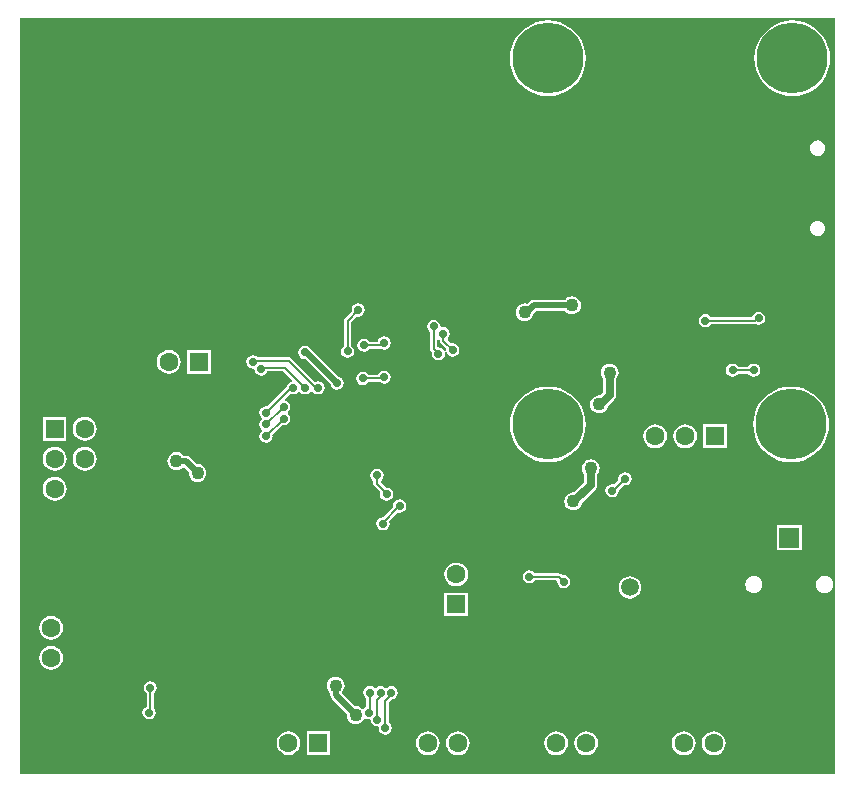
<source format=gbl>
G04*
G04 #@! TF.GenerationSoftware,Altium Limited,Altium Designer,18.1.7 (191)*
G04*
G04 Layer_Physical_Order=2*
G04 Layer_Color=16711680*
%FSAX44Y44*%
%MOMM*%
G71*
G01*
G75*
%ADD12C,0.2000*%
%ADD90C,1.7000*%
%ADD92R,1.7000X1.7000*%
%ADD94C,1.6000*%
%ADD100C,0.5000*%
%ADD101C,0.7000*%
%ADD105R,1.6000X1.6000*%
%ADD106R,1.6000X1.6000*%
%ADD107C,6.0000*%
%ADD108C,1.5000*%
%ADD109C,0.7000*%
%ADD110C,1.1000*%
%ADD111C,0.5000*%
G36*
X00694941Y00005059D02*
X00005059D01*
X00005059Y00644941D01*
X00694941D01*
X00694941Y00005059D01*
D02*
G37*
%LPC*%
G36*
X00658600Y00643099D02*
X00653579Y00642704D01*
X00648681Y00641528D01*
X00644027Y00639600D01*
X00639733Y00636969D01*
X00635903Y00633697D01*
X00632631Y00629867D01*
X00630000Y00625573D01*
X00628072Y00620919D01*
X00626896Y00616021D01*
X00626501Y00611000D01*
X00626896Y00605979D01*
X00628072Y00601081D01*
X00630000Y00596427D01*
X00632631Y00592133D01*
X00635903Y00588303D01*
X00639733Y00585031D01*
X00644027Y00582400D01*
X00648681Y00580472D01*
X00653579Y00579296D01*
X00658600Y00578901D01*
X00663621Y00579296D01*
X00668519Y00580472D01*
X00673173Y00582400D01*
X00677467Y00585031D01*
X00681297Y00588303D01*
X00684569Y00592133D01*
X00687200Y00596427D01*
X00689128Y00601081D01*
X00690304Y00605979D01*
X00690699Y00611000D01*
X00690304Y00616021D01*
X00689128Y00620919D01*
X00687200Y00625573D01*
X00684569Y00629867D01*
X00681297Y00633697D01*
X00677467Y00636969D01*
X00673173Y00639600D01*
X00668519Y00641528D01*
X00663621Y00642704D01*
X00658600Y00643099D01*
D02*
G37*
G36*
X00451600D02*
X00446579Y00642704D01*
X00441681Y00641528D01*
X00437027Y00639600D01*
X00432733Y00636969D01*
X00428903Y00633697D01*
X00425631Y00629867D01*
X00423000Y00625573D01*
X00421072Y00620919D01*
X00419896Y00616021D01*
X00419501Y00611000D01*
X00419896Y00605979D01*
X00421072Y00601081D01*
X00423000Y00596427D01*
X00425631Y00592133D01*
X00428903Y00588303D01*
X00432733Y00585031D01*
X00437027Y00582400D01*
X00441681Y00580472D01*
X00446579Y00579296D01*
X00451600Y00578901D01*
X00456621Y00579296D01*
X00461519Y00580472D01*
X00466173Y00582400D01*
X00470467Y00585031D01*
X00474297Y00588303D01*
X00477569Y00592133D01*
X00480200Y00596427D01*
X00482128Y00601081D01*
X00483304Y00605979D01*
X00483699Y00611000D01*
X00483304Y00616021D01*
X00482128Y00620919D01*
X00480200Y00625573D01*
X00477569Y00629867D01*
X00474297Y00633697D01*
X00470467Y00636969D01*
X00466173Y00639600D01*
X00461519Y00641528D01*
X00456621Y00642704D01*
X00451600Y00643099D01*
D02*
G37*
G36*
X00680000Y00541556D02*
X00678303Y00541333D01*
X00676722Y00540678D01*
X00675364Y00539636D01*
X00674322Y00538278D01*
X00673667Y00536697D01*
X00673444Y00535000D01*
X00673667Y00533303D01*
X00674322Y00531722D01*
X00675364Y00530364D01*
X00676722Y00529322D01*
X00678303Y00528667D01*
X00680000Y00528444D01*
X00681697Y00528667D01*
X00683278Y00529322D01*
X00684636Y00530364D01*
X00685678Y00531722D01*
X00686333Y00533303D01*
X00686556Y00535000D01*
X00686333Y00536697D01*
X00685678Y00538278D01*
X00684636Y00539636D01*
X00683278Y00540678D01*
X00681697Y00541333D01*
X00680000Y00541556D01*
D02*
G37*
G36*
Y00473556D02*
X00678303Y00473333D01*
X00676722Y00472678D01*
X00675364Y00471636D01*
X00674322Y00470278D01*
X00673667Y00468697D01*
X00673444Y00467000D01*
X00673667Y00465303D01*
X00674322Y00463722D01*
X00675364Y00462364D01*
X00676722Y00461322D01*
X00678303Y00460667D01*
X00680000Y00460444D01*
X00681697Y00460667D01*
X00683278Y00461322D01*
X00684636Y00462364D01*
X00685678Y00463722D01*
X00686333Y00465303D01*
X00686556Y00467000D01*
X00686333Y00468697D01*
X00685678Y00470278D01*
X00684636Y00471636D01*
X00683278Y00472678D01*
X00681697Y00473333D01*
X00680000Y00473556D01*
D02*
G37*
G36*
X00472000Y00409565D02*
X00470042Y00409307D01*
X00468218Y00408551D01*
X00466651Y00407349D01*
X00466067Y00406588D01*
X00440000D01*
X00438244Y00406239D01*
X00436756Y00405244D01*
X00434566Y00403055D01*
X00433958Y00403307D01*
X00432000Y00403565D01*
X00430042Y00403307D01*
X00428218Y00402551D01*
X00426651Y00401349D01*
X00425449Y00399782D01*
X00424693Y00397958D01*
X00424435Y00396000D01*
X00424693Y00394042D01*
X00425449Y00392218D01*
X00426651Y00390651D01*
X00428218Y00389449D01*
X00430042Y00388693D01*
X00432000Y00388435D01*
X00433958Y00388693D01*
X00435782Y00389449D01*
X00437349Y00390651D01*
X00438551Y00392218D01*
X00439307Y00394042D01*
X00439425Y00394936D01*
X00441900Y00397412D01*
X00466067D01*
X00466651Y00396651D01*
X00468218Y00395449D01*
X00470042Y00394693D01*
X00472000Y00394435D01*
X00473958Y00394693D01*
X00475782Y00395449D01*
X00477349Y00396651D01*
X00478551Y00398218D01*
X00479307Y00400042D01*
X00479565Y00402000D01*
X00479307Y00403958D01*
X00478551Y00405782D01*
X00477349Y00407349D01*
X00475782Y00408551D01*
X00473958Y00409307D01*
X00472000Y00409565D01*
D02*
G37*
G36*
X00291000Y00403608D02*
X00288854Y00403181D01*
X00287035Y00401965D01*
X00285819Y00400146D01*
X00285392Y00398000D01*
X00285605Y00396931D01*
X00279837Y00391163D01*
X00279174Y00390171D01*
X00278941Y00389000D01*
X00278941Y00389000D01*
Y00367571D01*
X00278035Y00366965D01*
X00276819Y00365146D01*
X00276392Y00363000D01*
X00276819Y00360854D01*
X00278035Y00359035D01*
X00279854Y00357819D01*
X00282000Y00357392D01*
X00284146Y00357819D01*
X00285965Y00359035D01*
X00287181Y00360854D01*
X00287608Y00363000D01*
X00287181Y00365146D01*
X00285965Y00366965D01*
X00285059Y00367571D01*
Y00387733D01*
X00289931Y00392605D01*
X00291000Y00392392D01*
X00293146Y00392819D01*
X00294965Y00394035D01*
X00296181Y00395854D01*
X00296608Y00398000D01*
X00296181Y00400146D01*
X00294965Y00401965D01*
X00293146Y00403181D01*
X00291000Y00403608D01*
D02*
G37*
G36*
X00630000Y00396608D02*
X00627854Y00396181D01*
X00626035Y00394965D01*
X00624819Y00393146D01*
X00624603Y00392059D01*
X00589571D01*
X00588965Y00392965D01*
X00587146Y00394181D01*
X00585000Y00394608D01*
X00582854Y00394181D01*
X00581035Y00392965D01*
X00579819Y00391146D01*
X00579392Y00389000D01*
X00579819Y00386854D01*
X00581035Y00385035D01*
X00582854Y00383819D01*
X00585000Y00383392D01*
X00587146Y00383819D01*
X00588965Y00385035D01*
X00589571Y00385941D01*
X00627000D01*
X00627000Y00385941D01*
X00627517Y00386044D01*
X00627854Y00385819D01*
X00630000Y00385392D01*
X00632146Y00385819D01*
X00633965Y00387035D01*
X00635181Y00388854D01*
X00635608Y00391000D01*
X00635181Y00393146D01*
X00633965Y00394965D01*
X00632146Y00396181D01*
X00630000Y00396608D01*
D02*
G37*
G36*
X00313000Y00375608D02*
X00310854Y00375181D01*
X00309035Y00373965D01*
X00307819Y00372146D01*
X00307603Y00371059D01*
X00300571D01*
X00299965Y00371965D01*
X00298146Y00373181D01*
X00296000Y00373608D01*
X00293854Y00373181D01*
X00292035Y00371965D01*
X00290819Y00370146D01*
X00290392Y00368000D01*
X00290819Y00365854D01*
X00292035Y00364035D01*
X00293854Y00362819D01*
X00296000Y00362392D01*
X00298146Y00362819D01*
X00299965Y00364035D01*
X00300571Y00364941D01*
X00310671D01*
X00310854Y00364819D01*
X00313000Y00364392D01*
X00315146Y00364819D01*
X00316965Y00366035D01*
X00318181Y00367854D01*
X00318608Y00370000D01*
X00318181Y00372146D01*
X00316965Y00373965D01*
X00315146Y00375181D01*
X00313000Y00375608D01*
D02*
G37*
G36*
X00355000Y00389608D02*
X00352854Y00389181D01*
X00351035Y00387965D01*
X00349819Y00386146D01*
X00349392Y00384000D01*
X00349819Y00381854D01*
X00351035Y00380035D01*
X00351941Y00379429D01*
Y00365000D01*
X00351941Y00365000D01*
X00352174Y00363829D01*
X00352837Y00362837D01*
X00353605Y00362069D01*
X00353392Y00361000D01*
X00353819Y00358854D01*
X00355035Y00357035D01*
X00356854Y00355819D01*
X00359000Y00355392D01*
X00361146Y00355819D01*
X00362965Y00357035D01*
X00364181Y00358854D01*
X00364608Y00361000D01*
X00364181Y00363146D01*
X00362965Y00364965D01*
X00361146Y00366181D01*
X00359000Y00366608D01*
X00358059Y00367380D01*
Y00372571D01*
X00359329Y00373235D01*
X00359941Y00372810D01*
Y00372000D01*
X00359941Y00372000D01*
X00360174Y00370830D01*
X00360837Y00369837D01*
X00365605Y00365069D01*
X00365392Y00364000D01*
X00365819Y00361854D01*
X00367035Y00360035D01*
X00368854Y00358819D01*
X00371000Y00358392D01*
X00373146Y00358819D01*
X00374965Y00360035D01*
X00376181Y00361854D01*
X00376608Y00364000D01*
X00376181Y00366146D01*
X00374965Y00367965D01*
X00373146Y00369181D01*
X00371000Y00369608D01*
X00369931Y00369395D01*
X00366877Y00372449D01*
X00366965Y00374035D01*
X00368181Y00375854D01*
X00368608Y00378000D01*
X00368181Y00380146D01*
X00366965Y00381965D01*
X00365146Y00383181D01*
X00363000Y00383608D01*
X00361776Y00383364D01*
X00360635Y00383985D01*
X00360545Y00384316D01*
X00360181Y00386146D01*
X00358965Y00387965D01*
X00357146Y00389181D01*
X00355000Y00389608D01*
D02*
G37*
G36*
X00626000Y00352608D02*
X00623854Y00352181D01*
X00622035Y00350965D01*
X00621429Y00350059D01*
X00612571D01*
X00611965Y00350965D01*
X00610146Y00352181D01*
X00608000Y00352608D01*
X00605854Y00352181D01*
X00604035Y00350965D01*
X00602819Y00349146D01*
X00602392Y00347000D01*
X00602819Y00344854D01*
X00604035Y00343035D01*
X00605854Y00341819D01*
X00608000Y00341392D01*
X00610146Y00341819D01*
X00611965Y00343035D01*
X00612571Y00343941D01*
X00621429D01*
X00622035Y00343035D01*
X00623854Y00341819D01*
X00626000Y00341392D01*
X00628146Y00341819D01*
X00629965Y00343035D01*
X00631181Y00344854D01*
X00631608Y00347000D01*
X00631181Y00349146D01*
X00629965Y00350965D01*
X00628146Y00352181D01*
X00626000Y00352608D01*
D02*
G37*
G36*
X00166000Y00364000D02*
X00146000D01*
Y00344000D01*
X00166000D01*
Y00364000D01*
D02*
G37*
G36*
X00130600Y00364086D02*
X00127990Y00363743D01*
X00125557Y00362735D01*
X00123468Y00361132D01*
X00121865Y00359043D01*
X00120857Y00356610D01*
X00120514Y00354000D01*
X00120857Y00351390D01*
X00121865Y00348957D01*
X00123468Y00346868D01*
X00125557Y00345265D01*
X00127990Y00344257D01*
X00130600Y00343914D01*
X00133210Y00344257D01*
X00135643Y00345265D01*
X00137732Y00346868D01*
X00139335Y00348957D01*
X00140343Y00351390D01*
X00140686Y00354000D01*
X00140343Y00356610D01*
X00139335Y00359043D01*
X00137732Y00361132D01*
X00135643Y00362735D01*
X00133210Y00363743D01*
X00130600Y00364086D01*
D02*
G37*
G36*
X00313000Y00346608D02*
X00310854Y00346181D01*
X00309035Y00344965D01*
X00307819Y00343146D01*
X00307802Y00343059D01*
X00299571D01*
X00298965Y00343965D01*
X00297146Y00345181D01*
X00295000Y00345608D01*
X00292854Y00345181D01*
X00291035Y00343965D01*
X00289819Y00342146D01*
X00289392Y00340000D01*
X00289819Y00337854D01*
X00291035Y00336035D01*
X00292854Y00334819D01*
X00295000Y00334392D01*
X00297146Y00334819D01*
X00298965Y00336035D01*
X00299571Y00336941D01*
X00309175D01*
X00310854Y00335819D01*
X00313000Y00335392D01*
X00315146Y00335819D01*
X00316965Y00337035D01*
X00318181Y00338854D01*
X00318608Y00341000D01*
X00318181Y00343146D01*
X00316965Y00344965D01*
X00315146Y00346181D01*
X00313000Y00346608D01*
D02*
G37*
G36*
X00246000Y00367608D02*
X00243854Y00367181D01*
X00242035Y00365965D01*
X00240819Y00364146D01*
X00240392Y00362000D01*
X00240819Y00359854D01*
X00242035Y00358035D01*
X00243854Y00356819D01*
X00246000Y00356392D01*
X00246099Y00356412D01*
X00267611Y00334900D01*
X00267819Y00333854D01*
X00269035Y00332035D01*
X00270854Y00330819D01*
X00273000Y00330392D01*
X00275146Y00330819D01*
X00276965Y00332035D01*
X00278181Y00333854D01*
X00278608Y00336000D01*
X00278181Y00338146D01*
X00276965Y00339965D01*
X00275146Y00341181D01*
X00274100Y00341389D01*
X00250855Y00364633D01*
X00249965Y00365965D01*
X00248146Y00367181D01*
X00246000Y00367608D01*
D02*
G37*
G36*
X00202000Y00359608D02*
X00199854Y00359181D01*
X00198035Y00357965D01*
X00196819Y00356146D01*
X00196392Y00354000D01*
X00196819Y00351854D01*
X00198035Y00350035D01*
X00199854Y00348819D01*
X00202000Y00348392D01*
X00202285Y00348449D01*
X00203512Y00347398D01*
X00203819Y00345854D01*
X00205035Y00344035D01*
X00206854Y00342819D01*
X00209000Y00342392D01*
X00211146Y00342819D01*
X00212965Y00344035D01*
X00214181Y00345854D01*
X00214198Y00345941D01*
X00227733D01*
X00234976Y00338698D01*
X00234558Y00337320D01*
X00233853Y00337180D01*
X00232034Y00335965D01*
X00230819Y00334145D01*
X00230570Y00332896D01*
X00214069Y00316395D01*
X00213000Y00316608D01*
X00210854Y00316181D01*
X00209035Y00314965D01*
X00207819Y00313146D01*
X00207392Y00311000D01*
X00207819Y00308854D01*
X00209035Y00307035D01*
X00209633Y00306635D01*
Y00305365D01*
X00209034Y00304965D01*
X00207819Y00303145D01*
X00207392Y00300999D01*
X00207819Y00298853D01*
X00209034Y00297034D01*
X00209632Y00296635D01*
Y00295365D01*
X00209035Y00294965D01*
X00207819Y00293146D01*
X00207392Y00291000D01*
X00207819Y00288854D01*
X00209035Y00287035D01*
X00210854Y00285819D01*
X00213000Y00285392D01*
X00215146Y00285819D01*
X00216965Y00287035D01*
X00218181Y00288854D01*
X00218608Y00291000D01*
X00218395Y00292069D01*
X00226931Y00300605D01*
X00228000Y00300392D01*
X00230146Y00300819D01*
X00231965Y00302035D01*
X00233181Y00303854D01*
X00233608Y00306000D01*
X00233181Y00308146D01*
X00231965Y00309965D01*
X00231367Y00310365D01*
Y00311635D01*
X00231965Y00312035D01*
X00233181Y00313854D01*
X00233608Y00316000D01*
X00233181Y00318146D01*
X00231965Y00319965D01*
X00230146Y00321181D01*
X00229443Y00321321D01*
X00229025Y00322699D01*
X00233428Y00327103D01*
X00233853Y00326819D01*
X00236000Y00326392D01*
X00238146Y00326819D01*
X00239965Y00328034D01*
X00240364Y00328632D01*
X00241635D01*
X00242034Y00328034D01*
X00243853Y00326819D01*
X00246000Y00326392D01*
X00248146Y00326819D01*
X00249965Y00328034D01*
X00250751Y00329211D01*
X00252249Y00329211D01*
X00253035Y00328035D01*
X00254854Y00326819D01*
X00257000Y00326392D01*
X00259146Y00326819D01*
X00260965Y00328035D01*
X00262181Y00329854D01*
X00262608Y00332000D01*
X00262181Y00334146D01*
X00260965Y00335965D01*
X00259146Y00337181D01*
X00257000Y00337608D01*
X00254854Y00337181D01*
X00254544Y00336973D01*
X00234354Y00357163D01*
X00233362Y00357826D01*
X00232191Y00358059D01*
X00232191Y00358059D01*
X00205825D01*
X00204146Y00359181D01*
X00202000Y00359608D01*
D02*
G37*
G36*
X00504000Y00352565D02*
X00502042Y00352307D01*
X00500218Y00351551D01*
X00498651Y00350349D01*
X00497449Y00348782D01*
X00496693Y00346958D01*
X00496435Y00345000D01*
X00496693Y00343042D01*
X00497449Y00341218D01*
X00498392Y00339988D01*
Y00328323D01*
X00495560Y00325491D01*
X00495000Y00325565D01*
X00493042Y00325307D01*
X00491218Y00324551D01*
X00489651Y00323349D01*
X00488449Y00321782D01*
X00487693Y00319958D01*
X00487435Y00318000D01*
X00487693Y00316042D01*
X00488449Y00314218D01*
X00489651Y00312651D01*
X00491218Y00311449D01*
X00493042Y00310693D01*
X00495000Y00310435D01*
X00496958Y00310693D01*
X00498782Y00311449D01*
X00500349Y00312651D01*
X00501551Y00314218D01*
X00502307Y00316042D01*
X00502358Y00316427D01*
X00507965Y00322035D01*
X00509181Y00323854D01*
X00509608Y00326000D01*
Y00339988D01*
X00510551Y00341218D01*
X00511307Y00343042D01*
X00511565Y00345000D01*
X00511307Y00346958D01*
X00510551Y00348782D01*
X00509349Y00350349D01*
X00507782Y00351551D01*
X00505958Y00352307D01*
X00504000Y00352565D01*
D02*
G37*
G36*
X00044003Y00307402D02*
X00024003D01*
Y00287402D01*
X00044003D01*
Y00307402D01*
D02*
G37*
G36*
X00059403Y00307488D02*
X00056792Y00307144D01*
X00054360Y00306136D01*
X00052271Y00304534D01*
X00050668Y00302445D01*
X00049661Y00300012D01*
X00049317Y00297402D01*
X00049661Y00294791D01*
X00050668Y00292358D01*
X00052271Y00290269D01*
X00054360Y00288667D01*
X00056792Y00287659D01*
X00059403Y00287315D01*
X00062014Y00287659D01*
X00064446Y00288667D01*
X00066535Y00290269D01*
X00068138Y00292358D01*
X00069146Y00294791D01*
X00069489Y00297402D01*
X00069146Y00300012D01*
X00068138Y00302445D01*
X00066535Y00304534D01*
X00064446Y00306136D01*
X00062014Y00307144D01*
X00059403Y00307488D01*
D02*
G37*
G36*
X00603200Y00301000D02*
X00583200D01*
Y00281000D01*
X00603200D01*
Y00301000D01*
D02*
G37*
G36*
X00567800Y00301086D02*
X00565190Y00300743D01*
X00562757Y00299735D01*
X00560668Y00298132D01*
X00559065Y00296043D01*
X00558057Y00293610D01*
X00557714Y00291000D01*
X00558057Y00288389D01*
X00559065Y00285957D01*
X00560668Y00283868D01*
X00562757Y00282265D01*
X00565190Y00281257D01*
X00567800Y00280914D01*
X00570410Y00281257D01*
X00572843Y00282265D01*
X00574932Y00283868D01*
X00576535Y00285957D01*
X00577543Y00288389D01*
X00577886Y00291000D01*
X00577543Y00293610D01*
X00576535Y00296043D01*
X00574932Y00298132D01*
X00572843Y00299735D01*
X00570410Y00300743D01*
X00567800Y00301086D01*
D02*
G37*
G36*
X00542400D02*
X00539790Y00300743D01*
X00537357Y00299735D01*
X00535268Y00298132D01*
X00533665Y00296043D01*
X00532657Y00293610D01*
X00532314Y00291000D01*
X00532657Y00288389D01*
X00533665Y00285957D01*
X00535268Y00283868D01*
X00537357Y00282265D01*
X00539790Y00281257D01*
X00542400Y00280914D01*
X00545010Y00281257D01*
X00547443Y00282265D01*
X00549532Y00283868D01*
X00551135Y00285957D01*
X00552143Y00288389D01*
X00552486Y00291000D01*
X00552143Y00293610D01*
X00551135Y00296043D01*
X00549532Y00298132D01*
X00547443Y00299735D01*
X00545010Y00300743D01*
X00542400Y00301086D01*
D02*
G37*
G36*
X00657600Y00333099D02*
X00652579Y00332704D01*
X00647681Y00331528D01*
X00643027Y00329600D01*
X00638733Y00326969D01*
X00634903Y00323697D01*
X00631631Y00319867D01*
X00629000Y00315573D01*
X00627072Y00310919D01*
X00625896Y00306021D01*
X00625501Y00301000D01*
X00625896Y00295979D01*
X00627072Y00291081D01*
X00629000Y00286427D01*
X00631631Y00282133D01*
X00634903Y00278303D01*
X00638733Y00275031D01*
X00643027Y00272400D01*
X00647681Y00270472D01*
X00652579Y00269296D01*
X00657600Y00268901D01*
X00662621Y00269296D01*
X00667519Y00270472D01*
X00672173Y00272400D01*
X00676467Y00275031D01*
X00680297Y00278303D01*
X00683569Y00282133D01*
X00686200Y00286427D01*
X00688128Y00291081D01*
X00689304Y00295979D01*
X00689699Y00301000D01*
X00689304Y00306021D01*
X00688128Y00310919D01*
X00686200Y00315573D01*
X00683569Y00319867D01*
X00680297Y00323697D01*
X00676467Y00326969D01*
X00672173Y00329600D01*
X00667519Y00331528D01*
X00662621Y00332704D01*
X00657600Y00333099D01*
D02*
G37*
G36*
X00451600D02*
X00446579Y00332704D01*
X00441681Y00331528D01*
X00437027Y00329600D01*
X00432733Y00326969D01*
X00428903Y00323697D01*
X00425631Y00319867D01*
X00423000Y00315573D01*
X00421072Y00310919D01*
X00419896Y00306021D01*
X00419501Y00301000D01*
X00419896Y00295979D01*
X00421072Y00291081D01*
X00423000Y00286427D01*
X00425631Y00282133D01*
X00428903Y00278303D01*
X00432733Y00275031D01*
X00437027Y00272400D01*
X00441681Y00270472D01*
X00446579Y00269296D01*
X00451600Y00268901D01*
X00456621Y00269296D01*
X00461519Y00270472D01*
X00466173Y00272400D01*
X00470467Y00275031D01*
X00474297Y00278303D01*
X00477569Y00282133D01*
X00480200Y00286427D01*
X00482128Y00291081D01*
X00483304Y00295979D01*
X00483699Y00301000D01*
X00483304Y00306021D01*
X00482128Y00310919D01*
X00480200Y00315573D01*
X00477569Y00319867D01*
X00474297Y00323697D01*
X00470467Y00326969D01*
X00466173Y00329600D01*
X00461519Y00331528D01*
X00456621Y00332704D01*
X00451600Y00333099D01*
D02*
G37*
G36*
X00059403Y00282088D02*
X00056792Y00281744D01*
X00054360Y00280737D01*
X00052271Y00279134D01*
X00050668Y00277045D01*
X00049661Y00274612D01*
X00049317Y00272001D01*
X00049661Y00269391D01*
X00050668Y00266958D01*
X00052271Y00264869D01*
X00054360Y00263267D01*
X00056792Y00262259D01*
X00059403Y00261915D01*
X00062014Y00262259D01*
X00064446Y00263267D01*
X00066535Y00264869D01*
X00068138Y00266958D01*
X00069146Y00269391D01*
X00069489Y00272001D01*
X00069146Y00274612D01*
X00068138Y00277045D01*
X00066535Y00279134D01*
X00064446Y00280737D01*
X00062014Y00281744D01*
X00059403Y00282088D01*
D02*
G37*
G36*
X00034003D02*
X00031393Y00281744D01*
X00028960Y00280737D01*
X00026871Y00279134D01*
X00025268Y00277045D01*
X00024260Y00274612D01*
X00023917Y00272001D01*
X00024260Y00269391D01*
X00025268Y00266958D01*
X00026871Y00264869D01*
X00028960Y00263267D01*
X00031393Y00262259D01*
X00034003Y00261915D01*
X00036614Y00262259D01*
X00039046Y00263267D01*
X00041135Y00264869D01*
X00042738Y00266958D01*
X00043746Y00269391D01*
X00044089Y00272001D01*
X00043746Y00274612D01*
X00042738Y00277045D01*
X00041135Y00279134D01*
X00039046Y00280737D01*
X00036614Y00281744D01*
X00034003Y00282088D01*
D02*
G37*
G36*
X00137000Y00277565D02*
X00135042Y00277307D01*
X00133218Y00276551D01*
X00131651Y00275349D01*
X00130449Y00273782D01*
X00129693Y00271958D01*
X00129435Y00270000D01*
X00129693Y00268042D01*
X00130449Y00266218D01*
X00131651Y00264651D01*
X00133218Y00263449D01*
X00135042Y00262693D01*
X00137000Y00262435D01*
X00138958Y00262693D01*
X00140782Y00263449D01*
X00142349Y00264651D01*
X00143911Y00264600D01*
X00147561Y00260951D01*
X00147435Y00260000D01*
X00147693Y00258042D01*
X00148449Y00256218D01*
X00149651Y00254651D01*
X00151218Y00253449D01*
X00153042Y00252693D01*
X00155000Y00252435D01*
X00156958Y00252693D01*
X00158782Y00253449D01*
X00160349Y00254651D01*
X00161551Y00256218D01*
X00162307Y00258042D01*
X00162565Y00260000D01*
X00162307Y00261958D01*
X00161551Y00263782D01*
X00160349Y00265349D01*
X00158782Y00266551D01*
X00156958Y00267307D01*
X00155000Y00267565D01*
X00154049Y00267439D01*
X00148244Y00273244D01*
X00146756Y00274239D01*
X00145000Y00274588D01*
X00142933D01*
X00142349Y00275349D01*
X00140782Y00276551D01*
X00138958Y00277307D01*
X00137000Y00277565D01*
D02*
G37*
G36*
X00517000Y00260608D02*
X00514854Y00260181D01*
X00513035Y00258965D01*
X00511819Y00257146D01*
X00511392Y00255000D01*
X00511605Y00253931D01*
X00507903Y00250229D01*
X00506000Y00250608D01*
X00503854Y00250181D01*
X00502035Y00248965D01*
X00500819Y00247146D01*
X00500392Y00245000D01*
X00500819Y00242854D01*
X00502035Y00241035D01*
X00503854Y00239819D01*
X00506000Y00239392D01*
X00508146Y00239819D01*
X00509965Y00241035D01*
X00511181Y00242854D01*
X00511608Y00245000D01*
X00511561Y00245235D01*
X00515931Y00249605D01*
X00517000Y00249392D01*
X00519146Y00249819D01*
X00520965Y00251035D01*
X00522181Y00252854D01*
X00522608Y00255000D01*
X00522181Y00257146D01*
X00520965Y00258965D01*
X00519146Y00260181D01*
X00517000Y00260608D01*
D02*
G37*
G36*
X00488000Y00271565D02*
X00486042Y00271307D01*
X00484218Y00270551D01*
X00482651Y00269349D01*
X00481449Y00267782D01*
X00480693Y00265958D01*
X00480435Y00264000D01*
X00480693Y00262042D01*
X00481449Y00260218D01*
X00482392Y00258988D01*
Y00252323D01*
X00473560Y00243491D01*
X00473000Y00243565D01*
X00471042Y00243307D01*
X00469218Y00242551D01*
X00467651Y00241349D01*
X00466449Y00239782D01*
X00465693Y00237958D01*
X00465435Y00236000D01*
X00465693Y00234042D01*
X00466449Y00232218D01*
X00467651Y00230651D01*
X00469218Y00229449D01*
X00471042Y00228693D01*
X00473000Y00228435D01*
X00474958Y00228693D01*
X00476782Y00229449D01*
X00478349Y00230651D01*
X00479551Y00232218D01*
X00480307Y00234042D01*
X00480358Y00234427D01*
X00491965Y00246035D01*
X00493181Y00247854D01*
X00493608Y00250000D01*
Y00258988D01*
X00494551Y00260218D01*
X00495307Y00262042D01*
X00495565Y00264000D01*
X00495307Y00265958D01*
X00494551Y00267782D01*
X00493349Y00269349D01*
X00491782Y00270551D01*
X00489958Y00271307D01*
X00488000Y00271565D01*
D02*
G37*
G36*
X00034003Y00256688D02*
X00031393Y00256344D01*
X00028960Y00255336D01*
X00026871Y00253734D01*
X00025268Y00251645D01*
X00024260Y00249212D01*
X00023917Y00246602D01*
X00024260Y00243991D01*
X00025268Y00241558D01*
X00026871Y00239469D01*
X00028960Y00237867D01*
X00031393Y00236859D01*
X00034003Y00236515D01*
X00036614Y00236859D01*
X00039046Y00237867D01*
X00041135Y00239469D01*
X00042738Y00241558D01*
X00043746Y00243991D01*
X00044089Y00246602D01*
X00043746Y00249212D01*
X00042738Y00251645D01*
X00041135Y00253734D01*
X00039046Y00255336D01*
X00036614Y00256344D01*
X00034003Y00256688D01*
D02*
G37*
G36*
X00307000Y00263608D02*
X00304854Y00263181D01*
X00303035Y00261965D01*
X00301819Y00260146D01*
X00301392Y00258000D01*
X00301819Y00255854D01*
X00303035Y00254035D01*
X00303941Y00253429D01*
Y00251000D01*
X00303941Y00251000D01*
X00304174Y00249830D01*
X00304837Y00248837D01*
X00309771Y00243903D01*
X00309392Y00242000D01*
X00309819Y00239854D01*
X00311035Y00238035D01*
X00312854Y00236819D01*
X00315000Y00236392D01*
X00317146Y00236819D01*
X00318965Y00238035D01*
X00320181Y00239854D01*
X00320608Y00242000D01*
X00320181Y00244146D01*
X00318965Y00245965D01*
X00317146Y00247181D01*
X00315000Y00247608D01*
X00314765Y00247561D01*
X00310087Y00252238D01*
X00310159Y00253496D01*
X00310965Y00254035D01*
X00312181Y00255854D01*
X00312608Y00258000D01*
X00312181Y00260146D01*
X00310965Y00261965D01*
X00309146Y00263181D01*
X00307000Y00263608D01*
D02*
G37*
G36*
X00326000Y00237608D02*
X00323854Y00237181D01*
X00322035Y00235965D01*
X00320819Y00234146D01*
X00320392Y00232000D01*
X00320605Y00230931D01*
X00312235Y00222561D01*
X00312000Y00222608D01*
X00309854Y00222181D01*
X00308035Y00220965D01*
X00306819Y00219146D01*
X00306392Y00217000D01*
X00306819Y00214854D01*
X00308035Y00213035D01*
X00309854Y00211819D01*
X00312000Y00211392D01*
X00314146Y00211819D01*
X00315965Y00213035D01*
X00317181Y00214854D01*
X00317608Y00217000D01*
X00317229Y00218903D01*
X00324931Y00226605D01*
X00326000Y00226392D01*
X00328146Y00226819D01*
X00329965Y00228035D01*
X00331181Y00229854D01*
X00331608Y00232000D01*
X00331181Y00234146D01*
X00329965Y00235965D01*
X00328146Y00237181D01*
X00326000Y00237608D01*
D02*
G37*
G36*
X00666500Y00215500D02*
X00645500D01*
Y00194500D01*
X00666500D01*
Y00215500D01*
D02*
G37*
G36*
X00373998Y00184084D02*
X00371387Y00183740D01*
X00368955Y00182733D01*
X00366866Y00181130D01*
X00365263Y00179041D01*
X00364255Y00176608D01*
X00363912Y00173998D01*
X00364255Y00171387D01*
X00365263Y00168955D01*
X00366866Y00166866D01*
X00368955Y00165263D01*
X00371387Y00164255D01*
X00373998Y00163911D01*
X00376609Y00164255D01*
X00379041Y00165263D01*
X00381130Y00166866D01*
X00382733Y00168955D01*
X00383741Y00171387D01*
X00384084Y00173998D01*
X00383741Y00176608D01*
X00382733Y00179041D01*
X00381130Y00181130D01*
X00379041Y00182733D01*
X00376609Y00183740D01*
X00373998Y00184084D01*
D02*
G37*
G36*
X00436000Y00177608D02*
X00433854Y00177181D01*
X00432035Y00175965D01*
X00430819Y00174146D01*
X00430392Y00172000D01*
X00430819Y00169854D01*
X00432035Y00168035D01*
X00433854Y00166819D01*
X00436000Y00166392D01*
X00438146Y00166819D01*
X00439965Y00168035D01*
X00440571Y00168941D01*
X00458620D01*
X00459392Y00168000D01*
X00459819Y00165854D01*
X00461035Y00164035D01*
X00462854Y00162819D01*
X00465000Y00162392D01*
X00467146Y00162819D01*
X00468965Y00164035D01*
X00470181Y00165854D01*
X00470608Y00168000D01*
X00470181Y00170146D01*
X00468965Y00171965D01*
X00467146Y00173181D01*
X00465000Y00173608D01*
X00463931Y00173395D01*
X00463163Y00174163D01*
X00462170Y00174826D01*
X00461000Y00175059D01*
X00461000Y00175059D01*
X00440571D01*
X00439965Y00175965D01*
X00438146Y00177181D01*
X00436000Y00177608D01*
D02*
G37*
G36*
X00686000Y00172913D02*
X00684107Y00172663D01*
X00682344Y00171933D01*
X00680829Y00170771D01*
X00679667Y00169256D01*
X00678937Y00167493D01*
X00678688Y00165600D01*
X00678937Y00163707D01*
X00679667Y00161944D01*
X00680829Y00160429D01*
X00682344Y00159267D01*
X00684107Y00158537D01*
X00686000Y00158287D01*
X00687893Y00158537D01*
X00689656Y00159267D01*
X00691171Y00160429D01*
X00692333Y00161944D01*
X00693063Y00163707D01*
X00693313Y00165600D01*
X00693063Y00167493D01*
X00692333Y00169256D01*
X00691171Y00170771D01*
X00689656Y00171933D01*
X00687893Y00172663D01*
X00686000Y00172913D01*
D02*
G37*
G36*
X00626000D02*
X00624107Y00172663D01*
X00622344Y00171933D01*
X00620829Y00170771D01*
X00619667Y00169256D01*
X00618937Y00167493D01*
X00618687Y00165600D01*
X00618937Y00163707D01*
X00619667Y00161944D01*
X00620829Y00160429D01*
X00622344Y00159267D01*
X00624107Y00158537D01*
X00626000Y00158287D01*
X00627893Y00158537D01*
X00629656Y00159267D01*
X00631171Y00160429D01*
X00632333Y00161944D01*
X00633063Y00163707D01*
X00633313Y00165600D01*
X00633063Y00167493D01*
X00632333Y00169256D01*
X00631171Y00170771D01*
X00629656Y00171933D01*
X00627893Y00172663D01*
X00626000Y00172913D01*
D02*
G37*
G36*
X00521000Y00172582D02*
X00518520Y00172255D01*
X00516209Y00171298D01*
X00514225Y00169776D01*
X00512702Y00167791D01*
X00511744Y00165480D01*
X00511418Y00163000D01*
X00511744Y00160520D01*
X00512702Y00158209D01*
X00514225Y00156225D01*
X00516209Y00154702D01*
X00518520Y00153744D01*
X00521000Y00153418D01*
X00523480Y00153744D01*
X00525791Y00154702D01*
X00527775Y00156225D01*
X00529298Y00158209D01*
X00530256Y00160520D01*
X00530582Y00163000D01*
X00530256Y00165480D01*
X00529298Y00167791D01*
X00527775Y00169776D01*
X00525791Y00171298D01*
X00523480Y00172255D01*
X00521000Y00172582D01*
D02*
G37*
G36*
X00383998Y00158598D02*
X00363998D01*
Y00138598D01*
X00383998D01*
Y00158598D01*
D02*
G37*
G36*
X00031000Y00138886D02*
X00028389Y00138543D01*
X00025957Y00137535D01*
X00023868Y00135932D01*
X00022265Y00133843D01*
X00021257Y00131411D01*
X00020914Y00128800D01*
X00021257Y00126189D01*
X00022265Y00123757D01*
X00023868Y00121668D01*
X00025957Y00120065D01*
X00028389Y00119057D01*
X00031000Y00118714D01*
X00033610Y00119057D01*
X00036043Y00120065D01*
X00038132Y00121668D01*
X00039735Y00123757D01*
X00040743Y00126189D01*
X00041086Y00128800D01*
X00040743Y00131411D01*
X00039735Y00133843D01*
X00038132Y00135932D01*
X00036043Y00137535D01*
X00033610Y00138543D01*
X00031000Y00138886D01*
D02*
G37*
G36*
Y00113486D02*
X00028389Y00113143D01*
X00025957Y00112135D01*
X00023868Y00110532D01*
X00022265Y00108443D01*
X00021257Y00106011D01*
X00020914Y00103400D01*
X00021257Y00100789D01*
X00022265Y00098357D01*
X00023868Y00096268D01*
X00025957Y00094665D01*
X00028389Y00093657D01*
X00031000Y00093314D01*
X00033610Y00093657D01*
X00036043Y00094665D01*
X00038132Y00096268D01*
X00039735Y00098357D01*
X00040743Y00100789D01*
X00041086Y00103400D01*
X00040743Y00106011D01*
X00039735Y00108443D01*
X00038132Y00110532D01*
X00036043Y00112135D01*
X00033610Y00113143D01*
X00031000Y00113486D01*
D02*
G37*
G36*
X00115000Y00083608D02*
X00112854Y00083181D01*
X00111034Y00081965D01*
X00109819Y00080146D01*
X00109392Y00078000D01*
X00109819Y00075854D01*
X00111034Y00074035D01*
X00111941Y00073429D01*
Y00062198D01*
X00111854Y00062181D01*
X00110035Y00060965D01*
X00108819Y00059146D01*
X00108392Y00057000D01*
X00108819Y00054854D01*
X00110035Y00053035D01*
X00111854Y00051819D01*
X00114000Y00051392D01*
X00116146Y00051819D01*
X00117965Y00053035D01*
X00119181Y00054854D01*
X00119608Y00057000D01*
X00119181Y00059146D01*
X00118059Y00060826D01*
Y00073429D01*
X00118965Y00074035D01*
X00120181Y00075854D01*
X00120608Y00078000D01*
X00120181Y00080146D01*
X00118965Y00081965D01*
X00117146Y00083181D01*
X00115000Y00083608D01*
D02*
G37*
G36*
X00272000Y00087565D02*
X00270042Y00087307D01*
X00268218Y00086551D01*
X00266651Y00085349D01*
X00265449Y00083782D01*
X00264693Y00081958D01*
X00264435Y00080000D01*
X00264693Y00078042D01*
X00265449Y00076218D01*
X00266651Y00074651D01*
X00267412Y00074067D01*
Y00072000D01*
X00267761Y00070244D01*
X00268756Y00068756D01*
X00281560Y00055951D01*
X00281435Y00055000D01*
X00281693Y00053042D01*
X00282449Y00051218D01*
X00283651Y00049651D01*
X00285218Y00048449D01*
X00287042Y00047693D01*
X00289000Y00047435D01*
X00290958Y00047693D01*
X00292782Y00048449D01*
X00294349Y00049651D01*
X00295551Y00051218D01*
X00295863Y00051969D01*
X00297078Y00052338D01*
X00297854Y00051819D01*
X00300000Y00051392D01*
X00300285Y00051449D01*
X00301512Y00050398D01*
X00301819Y00048854D01*
X00303035Y00047035D01*
X00304854Y00045819D01*
X00307000Y00045392D01*
X00307617Y00045515D01*
X00308515Y00044617D01*
X00308392Y00044000D01*
X00308819Y00041854D01*
X00310035Y00040035D01*
X00311854Y00038819D01*
X00314000Y00038392D01*
X00316146Y00038819D01*
X00317965Y00040035D01*
X00319181Y00041854D01*
X00319608Y00044000D01*
X00319181Y00046146D01*
X00317965Y00047965D01*
X00317059Y00048571D01*
Y00065733D01*
X00319896Y00068571D01*
X00321146Y00068819D01*
X00322965Y00070035D01*
X00324181Y00071854D01*
X00324608Y00074000D01*
X00324181Y00076146D01*
X00322965Y00077965D01*
X00321146Y00079181D01*
X00319000Y00079608D01*
X00316854Y00079181D01*
X00315035Y00077965D01*
X00313965D01*
X00312146Y00079181D01*
X00310000Y00079608D01*
X00307854Y00079181D01*
X00306351Y00078176D01*
X00304965Y00077965D01*
X00303145Y00079181D01*
X00300999Y00079608D01*
X00298853Y00079181D01*
X00297034Y00077965D01*
X00295819Y00076146D01*
X00295392Y00074000D01*
X00295819Y00071854D01*
X00297034Y00070035D01*
X00297941Y00069429D01*
Y00062198D01*
X00297854Y00062181D01*
X00296035Y00060965D01*
X00295636Y00060368D01*
X00294840Y00060342D01*
X00294181Y00060478D01*
X00292782Y00061551D01*
X00290958Y00062307D01*
X00289000Y00062565D01*
X00288049Y00062439D01*
X00277400Y00073089D01*
X00277349Y00074651D01*
X00278551Y00076218D01*
X00279307Y00078042D01*
X00279565Y00080000D01*
X00279307Y00081958D01*
X00278551Y00083782D01*
X00277349Y00085349D01*
X00275782Y00086551D01*
X00273958Y00087307D01*
X00272000Y00087565D01*
D02*
G37*
G36*
X00267399Y00041270D02*
X00247399D01*
Y00021270D01*
X00267399D01*
Y00041270D01*
D02*
G37*
G36*
X00231999Y00041356D02*
X00229388Y00041013D01*
X00226956Y00040005D01*
X00224867Y00038402D01*
X00223264Y00036313D01*
X00222256Y00033881D01*
X00221913Y00031270D01*
X00222256Y00028660D01*
X00223264Y00026227D01*
X00224867Y00024138D01*
X00226956Y00022535D01*
X00229388Y00021527D01*
X00231999Y00021184D01*
X00234609Y00021527D01*
X00237042Y00022535D01*
X00239131Y00024138D01*
X00240734Y00026227D01*
X00241742Y00028660D01*
X00242085Y00031270D01*
X00241742Y00033881D01*
X00240734Y00036313D01*
X00239131Y00038402D01*
X00237042Y00040005D01*
X00234609Y00041013D01*
X00231999Y00041356D01*
D02*
G37*
G36*
X00592000Y00041086D02*
X00589389Y00040743D01*
X00586957Y00039735D01*
X00584868Y00038132D01*
X00583265Y00036043D01*
X00582257Y00033610D01*
X00581914Y00031000D01*
X00582257Y00028389D01*
X00583265Y00025957D01*
X00584868Y00023868D01*
X00586957Y00022265D01*
X00589389Y00021257D01*
X00592000Y00020914D01*
X00594610Y00021257D01*
X00597043Y00022265D01*
X00599132Y00023868D01*
X00600735Y00025957D01*
X00601743Y00028389D01*
X00602086Y00031000D01*
X00601743Y00033610D01*
X00600735Y00036043D01*
X00599132Y00038132D01*
X00597043Y00039735D01*
X00594610Y00040743D01*
X00592000Y00041086D01*
D02*
G37*
G36*
X00566600D02*
X00563989Y00040743D01*
X00561557Y00039735D01*
X00559468Y00038132D01*
X00557865Y00036043D01*
X00556857Y00033610D01*
X00556514Y00031000D01*
X00556857Y00028389D01*
X00557865Y00025957D01*
X00559468Y00023868D01*
X00561557Y00022265D01*
X00563989Y00021257D01*
X00566600Y00020914D01*
X00569211Y00021257D01*
X00571643Y00022265D01*
X00573732Y00023868D01*
X00575335Y00025957D01*
X00576343Y00028389D01*
X00576686Y00031000D01*
X00576343Y00033610D01*
X00575335Y00036043D01*
X00573732Y00038132D01*
X00571643Y00039735D01*
X00569211Y00040743D01*
X00566600Y00041086D01*
D02*
G37*
G36*
X00484000D02*
X00481390Y00040743D01*
X00478957Y00039735D01*
X00476868Y00038132D01*
X00475265Y00036043D01*
X00474257Y00033610D01*
X00473914Y00031000D01*
X00474257Y00028389D01*
X00475265Y00025957D01*
X00476868Y00023868D01*
X00478957Y00022265D01*
X00481390Y00021257D01*
X00484000Y00020914D01*
X00486610Y00021257D01*
X00489043Y00022265D01*
X00491132Y00023868D01*
X00492735Y00025957D01*
X00493743Y00028389D01*
X00494086Y00031000D01*
X00493743Y00033610D01*
X00492735Y00036043D01*
X00491132Y00038132D01*
X00489043Y00039735D01*
X00486610Y00040743D01*
X00484000Y00041086D01*
D02*
G37*
G36*
X00458600D02*
X00455989Y00040743D01*
X00453557Y00039735D01*
X00451468Y00038132D01*
X00449865Y00036043D01*
X00448857Y00033610D01*
X00448514Y00031000D01*
X00448857Y00028389D01*
X00449865Y00025957D01*
X00451468Y00023868D01*
X00453557Y00022265D01*
X00455989Y00021257D01*
X00458600Y00020914D01*
X00461211Y00021257D01*
X00463643Y00022265D01*
X00465732Y00023868D01*
X00467335Y00025957D01*
X00468343Y00028389D01*
X00468686Y00031000D01*
X00468343Y00033610D01*
X00467335Y00036043D01*
X00465732Y00038132D01*
X00463643Y00039735D01*
X00461211Y00040743D01*
X00458600Y00041086D01*
D02*
G37*
G36*
X00375400D02*
X00372789Y00040743D01*
X00370357Y00039735D01*
X00368268Y00038132D01*
X00366665Y00036043D01*
X00365657Y00033610D01*
X00365314Y00031000D01*
X00365657Y00028389D01*
X00366665Y00025957D01*
X00368268Y00023868D01*
X00370357Y00022265D01*
X00372789Y00021257D01*
X00375400Y00020914D01*
X00378010Y00021257D01*
X00380443Y00022265D01*
X00382532Y00023868D01*
X00384135Y00025957D01*
X00385143Y00028389D01*
X00385486Y00031000D01*
X00385143Y00033610D01*
X00384135Y00036043D01*
X00382532Y00038132D01*
X00380443Y00039735D01*
X00378010Y00040743D01*
X00375400Y00041086D01*
D02*
G37*
G36*
X00350000D02*
X00347389Y00040743D01*
X00344957Y00039735D01*
X00342868Y00038132D01*
X00341265Y00036043D01*
X00340257Y00033610D01*
X00339914Y00031000D01*
X00340257Y00028389D01*
X00341265Y00025957D01*
X00342868Y00023868D01*
X00344957Y00022265D01*
X00347389Y00021257D01*
X00350000Y00020914D01*
X00352611Y00021257D01*
X00355043Y00022265D01*
X00357132Y00023868D01*
X00358735Y00025957D01*
X00359743Y00028389D01*
X00360086Y00031000D01*
X00359743Y00033610D01*
X00358735Y00036043D01*
X00357132Y00038132D01*
X00355043Y00039735D01*
X00352611Y00040743D01*
X00350000Y00041086D01*
D02*
G37*
%LPD*%
D12*
X00314000Y00044000D02*
Y00067000D01*
X00320000Y00073000D02*
X00321000Y00074000D01*
X00314000Y00067000D02*
X00319000Y00072000D01*
Y00074000D01*
X00307000Y00051000D02*
Y00067999D01*
X00306999Y00067999D02*
X00307000Y00067999D01*
X00115000Y00057000D02*
Y00078000D01*
X00114000Y00057000D02*
X00115000D01*
X00115000Y00057000D01*
X00300999Y00058000D02*
X00301000Y00057998D01*
X00300000Y00056999D02*
X00301000Y00057998D01*
X00300000Y00056999D02*
Y00057000D01*
X00300999Y00058001D02*
Y00074000D01*
X00319000Y00074000D02*
X00321000D01*
X00310000Y00072999D02*
Y00074000D01*
Y00072999D02*
X00310999Y00071999D01*
X00321000Y00074000D02*
X00321000Y00074000D01*
X00300999Y00058000D02*
X00300999Y00058001D01*
X00307000Y00068000D02*
X00310999Y00071999D01*
X00363000Y00372000D02*
X00371000Y00364000D01*
X00363000Y00372000D02*
Y00378000D01*
X00282000Y00363000D02*
Y00389000D01*
X00291000Y00398000D01*
X00358692Y00361308D02*
X00359000Y00361615D01*
X00355000Y00365000D02*
X00358692Y00361308D01*
X00355000Y00365000D02*
Y00384000D01*
X00359000Y00361000D02*
Y00361615D01*
X00295000Y00340000D02*
X00312000D01*
X00313000Y00341000D01*
X00210000Y00350000D02*
X00211000Y00349000D01*
X00202000Y00355000D02*
X00232191D01*
X00252500Y00334692D01*
Y00334501D02*
X00255000Y00332000D01*
X00252500Y00334501D02*
Y00334692D01*
X00255000Y00332000D02*
X00257000D01*
X00608000Y00347000D02*
X00626000D01*
X00506000Y00245000D02*
X00507000D01*
X00517000Y00255000D01*
X00296000Y00368000D02*
X00311000D01*
X00313000Y00370000D01*
X00234000Y00332000D02*
X00234001Y00331999D01*
X00213000Y00311000D02*
X00234000Y00332000D01*
X00229000Y00349000D02*
X00244692Y00333308D01*
X00234001Y00331999D02*
X00236000D01*
X00211000Y00349000D02*
X00229000D01*
X00213000Y00291000D02*
X00228000Y00306000D01*
X00213000Y00301000D02*
X00227000Y00315000D01*
X00213000Y00300999D02*
Y00301000D01*
X00227000Y00315000D02*
Y00316000D01*
X00325000Y00231000D02*
Y00232000D01*
X00628000Y00390000D02*
Y00391000D01*
X00627000Y00389000D02*
X00628000Y00390000D01*
X00585000Y00389000D02*
X00627000D01*
X00312000Y00217000D02*
Y00218000D01*
X00325000Y00231000D01*
X00307000Y00251000D02*
X00313000Y00245000D01*
X00307000Y00251000D02*
Y00258000D01*
X00461000Y00172000D02*
X00465000Y00168000D01*
X00436000Y00172000D02*
X00461000D01*
D90*
X00656000Y00175000D02*
D03*
D92*
Y00205000D02*
D03*
D94*
X00031000Y00128800D02*
D03*
Y00103400D02*
D03*
X00566600Y00031000D02*
D03*
X00592000D02*
D03*
X00458600D02*
D03*
X00484000D02*
D03*
X00350000D02*
D03*
X00375400D02*
D03*
X00567800Y00291000D02*
D03*
X00542400D02*
D03*
X00517000D02*
D03*
X00231999Y00031270D02*
D03*
X00206599D02*
D03*
X00059403Y00297402D02*
D03*
Y00272001D02*
D03*
Y00246602D02*
D03*
X00034003D02*
D03*
Y00272001D02*
D03*
X00105200Y00354000D02*
D03*
X00130600D02*
D03*
X00373998Y00199398D02*
D03*
Y00173998D02*
D03*
D100*
X00272000Y00072000D02*
X00289000Y00055000D01*
X00272000Y00072000D02*
Y00080000D01*
X00432000Y00396000D02*
X00434000D01*
X00440000Y00402000D01*
X00472000D01*
X00473000Y00236000D02*
X00474000D01*
X00247000Y00362000D02*
X00273000Y00336000D01*
X00246000Y00362000D02*
X00247000D01*
X00145000Y00270000D02*
X00155000Y00260000D01*
X00137000Y00270000D02*
X00145000D01*
D101*
X00495000Y00317000D02*
X00504000Y00326000D01*
Y00345000D01*
X00488000Y00250000D02*
Y00264000D01*
X00474000Y00236000D02*
X00488000Y00250000D01*
D105*
X00031000Y00078000D02*
D03*
X00034003Y00297402D02*
D03*
X00373998Y00148598D02*
D03*
D106*
X00617400Y00031000D02*
D03*
X00509400D02*
D03*
X00400800D02*
D03*
X00593200Y00291000D02*
D03*
X00257399Y00031270D02*
D03*
X00156000Y00354000D02*
D03*
D107*
X00451600Y00611000D02*
D03*
X00658600D02*
D03*
X00657600Y00301000D02*
D03*
X00451600D02*
D03*
X00035232Y00611000D02*
D03*
X00665000Y00035000D02*
D03*
X00035000D02*
D03*
D108*
X00521000Y00163000D02*
D03*
X00556000D02*
D03*
D109*
X00307000Y00051000D02*
D03*
X00333000Y00078000D02*
D03*
X00630000Y00090000D02*
D03*
X00642000Y00075000D02*
D03*
X00631000Y00061000D02*
D03*
X00618000Y00075000D02*
D03*
X00578000Y00062000D02*
D03*
X00570000Y00069000D02*
D03*
X00545000Y00060000D02*
D03*
X00552000Y00052000D02*
D03*
X00537000Y00074000D02*
D03*
X00525000Y00060000D02*
D03*
X00513000Y00074000D02*
D03*
X00463000Y00069000D02*
D03*
X00471000Y00062000D02*
D03*
X00438000Y00060000D02*
D03*
X00445000Y00051000D02*
D03*
X00427000Y00075000D02*
D03*
X00414000Y00060000D02*
D03*
X00402000Y00075000D02*
D03*
X00353000Y00067000D02*
D03*
X00361000Y00062000D02*
D03*
X00335000Y00019000D02*
D03*
X00089000Y00062000D02*
D03*
X00074000Y00074000D02*
D03*
X00088000Y00085000D02*
D03*
X00070000D02*
D03*
X00064000Y00093000D02*
D03*
X00071000Y00116000D02*
D03*
X00064000Y00121000D02*
D03*
X00273000Y00024000D02*
D03*
X00184000Y00031000D02*
D03*
X00177000Y00038000D02*
D03*
X00282000Y00012000D02*
D03*
X00285000Y00024000D02*
D03*
X00305000Y00023000D02*
D03*
X00115000Y00078000D02*
D03*
X00114000Y00057000D02*
D03*
X00314000Y00044000D02*
D03*
X00300000Y00057000D02*
D03*
X00300999Y00074000D02*
D03*
X00319000Y00074000D02*
D03*
X00310000D02*
D03*
X00291000Y00398000D02*
D03*
X00656000Y00526000D02*
D03*
X00643000D02*
D03*
X00317000Y00109000D02*
D03*
X00371000Y00364000D02*
D03*
X00363000Y00378000D02*
D03*
X00367000Y00297000D02*
D03*
X00359000Y00361000D02*
D03*
X00350000Y00321000D02*
D03*
X00313000Y00341000D02*
D03*
X00295000Y00340000D02*
D03*
X00350000Y00329000D02*
D03*
X00474000Y00264000D02*
D03*
X00237000Y00360000D02*
D03*
X00367000Y00263000D02*
D03*
X00627000Y00365000D02*
D03*
X00452000Y00350000D02*
D03*
X00306000Y00355000D02*
D03*
X00235000Y00295000D02*
D03*
X00686000Y00351000D02*
D03*
Y00361000D02*
D03*
Y00421000D02*
D03*
Y00431000D02*
D03*
X00517000Y00255000D02*
D03*
X00506000Y00245000D02*
D03*
X00608000Y00347000D02*
D03*
X00626000D02*
D03*
X00650000Y00412000D02*
D03*
X00636000Y00417000D02*
D03*
X00622000Y00406000D02*
D03*
X00541000Y00343000D02*
D03*
X00549000Y00367000D02*
D03*
X00538000D02*
D03*
X00549000Y00304000D02*
D03*
X00539000Y00308000D02*
D03*
Y00317000D02*
D03*
X00423000Y00461000D02*
D03*
X00510000Y00433000D02*
D03*
X00500000D02*
D03*
X00490000D02*
D03*
X00445000Y00417000D02*
D03*
X00433000Y00441000D02*
D03*
X00448000Y00457000D02*
D03*
Y00467000D02*
D03*
X00420000Y00425000D02*
D03*
X00410000D02*
D03*
X00400000D02*
D03*
X00382000Y00415000D02*
D03*
X00373000D02*
D03*
X00357000Y00404000D02*
D03*
X00348000D02*
D03*
X00339000D02*
D03*
X00374000Y00352000D02*
D03*
X00337000Y00351000D02*
D03*
X00345000Y00361000D02*
D03*
X00385000Y00309000D02*
D03*
X00367000Y00308000D02*
D03*
X00424000Y00171000D02*
D03*
X00500000Y00187000D02*
D03*
X00422000Y00239000D02*
D03*
Y00228000D02*
D03*
X00430000Y00217000D02*
D03*
X00438000Y00201000D02*
D03*
X00423000Y00203000D02*
D03*
X00436000Y00158000D02*
D03*
X00438000Y00123000D02*
D03*
X00425000Y00141000D02*
D03*
Y00129000D02*
D03*
X00353000Y00156000D02*
D03*
X00319000Y00180000D02*
D03*
X00322000Y00192000D02*
D03*
X00389000Y00245000D02*
D03*
X00367000Y00237000D02*
D03*
X00336000Y00257000D02*
D03*
X00335000Y00280000D02*
D03*
X00333000Y00272000D02*
D03*
X00285000Y00288000D02*
D03*
Y00297000D02*
D03*
X00189000Y00302000D02*
D03*
X00264000Y00357000D02*
D03*
X00257000Y00412000D02*
D03*
X00141000Y00459000D02*
D03*
X00170000D02*
D03*
X00032000Y00455000D02*
D03*
X00041000Y00464000D02*
D03*
X00042000Y00313000D02*
D03*
X00080000Y00279000D02*
D03*
X00072000Y00286000D02*
D03*
X00112000Y00242000D02*
D03*
X00122000Y00249000D02*
D03*
X00043000Y00231000D02*
D03*
X00051000Y00226000D02*
D03*
X00117000Y00199000D02*
D03*
X00077000Y00187000D02*
D03*
Y00175000D02*
D03*
Y00165000D02*
D03*
X00112000Y00169000D02*
D03*
X00596000Y00166000D02*
D03*
X00613000D02*
D03*
X00596000Y00188000D02*
D03*
X00613000D02*
D03*
X00325000Y00112000D02*
D03*
X00123000Y00123000D02*
D03*
X00132000Y00129000D02*
D03*
X00156000Y00078000D02*
D03*
X00186000D02*
D03*
X00217000Y00079000D02*
D03*
X00246000Y00101000D02*
D03*
X00254000Y00093000D02*
D03*
X00290000Y00112000D02*
D03*
X00296000Y00368000D02*
D03*
X00257000Y00332000D02*
D03*
X00236000Y00331999D02*
D03*
X00246000D02*
D03*
X00228000Y00316000D02*
D03*
Y00306000D02*
D03*
X00246000Y00362000D02*
D03*
X00213000Y00311000D02*
D03*
X00315000Y00242000D02*
D03*
X00355000Y00384000D02*
D03*
X00213000Y00300999D02*
D03*
X00443000Y00429000D02*
D03*
X00470000Y00419000D02*
D03*
X00313000Y00370000D02*
D03*
X00282000Y00363000D02*
D03*
X00273000Y00336000D02*
D03*
X00630000Y00391000D02*
D03*
X00585000Y00389000D02*
D03*
X00202000Y00354000D02*
D03*
X00209000Y00348000D02*
D03*
X00213000Y00291000D02*
D03*
X00312000Y00217000D02*
D03*
X00326000Y00232000D02*
D03*
X00307000Y00258000D02*
D03*
X00465000Y00168000D02*
D03*
X00436000Y00172000D02*
D03*
D110*
X00289000Y00055000D02*
D03*
X00272000Y00080000D02*
D03*
X00495000Y00318000D02*
D03*
X00472000Y00402000D02*
D03*
X00488000Y00264000D02*
D03*
X00504000Y00345000D02*
D03*
X00473000Y00236000D02*
D03*
X00137000Y00270000D02*
D03*
X00432000Y00396000D02*
D03*
X00155000Y00260000D02*
D03*
D111*
X00258500Y00387500D02*
D03*
Y00376500D02*
D03*
X00269500D02*
D03*
Y00387500D02*
D03*
M02*

</source>
